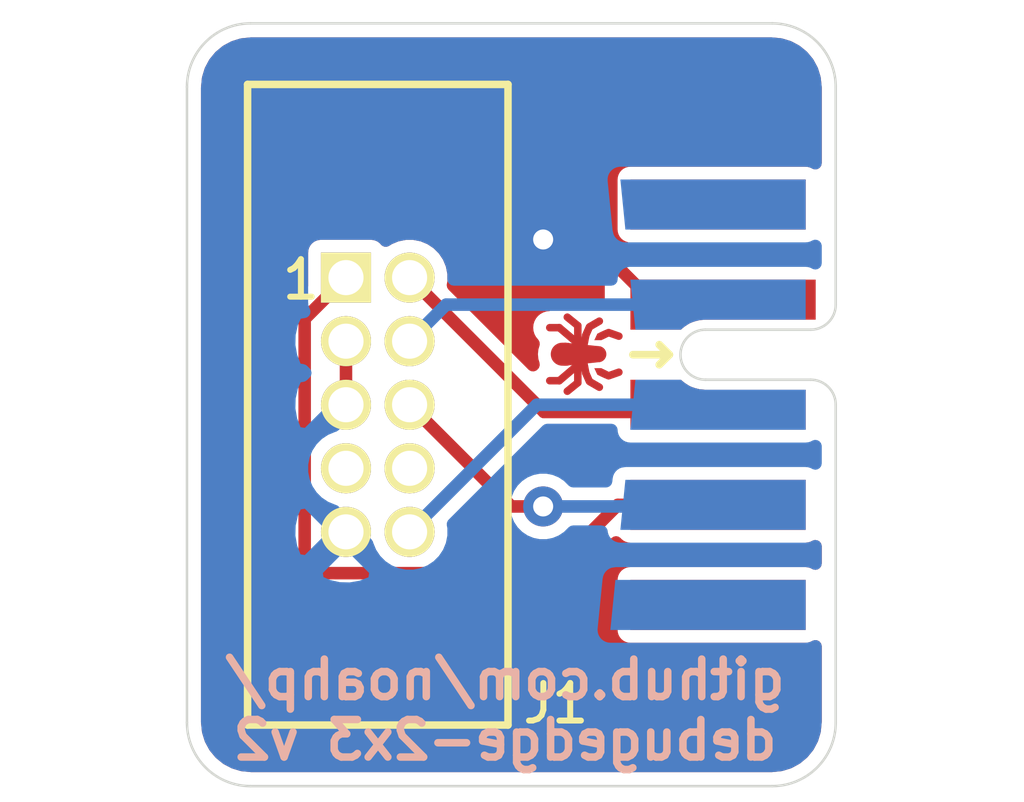
<source format=kicad_pcb>
(kicad_pcb (version 20171130) (host pcbnew 5.1.9-73d0e3b20d~88~ubuntu20.10.1)

  (general
    (thickness 1.6)
    (drawings 10)
    (tracks 23)
    (zones 0)
    (modules 2)
    (nets 13)
  )

  (page A4)
  (layers
    (0 F.Cu signal)
    (31 B.Cu signal)
    (32 B.Adhes user)
    (33 F.Adhes user)
    (34 B.Paste user)
    (35 F.Paste user)
    (36 B.SilkS user)
    (37 F.SilkS user)
    (38 B.Mask user)
    (39 F.Mask user)
    (40 Dwgs.User user)
    (41 Cmts.User user)
    (42 Eco1.User user)
    (43 Eco2.User user)
    (44 Edge.Cuts user)
    (45 Margin user)
    (46 B.CrtYd user)
    (47 F.CrtYd user)
    (48 B.Fab user)
    (49 F.Fab user)
  )

  (setup
    (last_trace_width 0.25)
    (trace_clearance 0.2)
    (zone_clearance 0.254)
    (zone_45_only no)
    (trace_min 0.2)
    (via_size 0.8)
    (via_drill 0.4)
    (via_min_size 0.4)
    (via_min_drill 0.3)
    (uvia_size 0.3)
    (uvia_drill 0.1)
    (uvias_allowed no)
    (uvia_min_size 0.2)
    (uvia_min_drill 0.1)
    (edge_width 0.05)
    (segment_width 0.2)
    (pcb_text_width 0.3)
    (pcb_text_size 1.5 1.5)
    (mod_edge_width 0.12)
    (mod_text_size 1 1)
    (mod_text_width 0.15)
    (pad_size 1.524 1.524)
    (pad_drill 0.762)
    (pad_to_mask_clearance 0)
    (aux_axis_origin 0 0)
    (visible_elements FFFFFF7F)
    (pcbplotparams
      (layerselection 0x010fc_ffffffff)
      (usegerberextensions false)
      (usegerberattributes true)
      (usegerberadvancedattributes true)
      (creategerberjobfile true)
      (excludeedgelayer true)
      (linewidth 0.100000)
      (plotframeref false)
      (viasonmask false)
      (mode 1)
      (useauxorigin false)
      (hpglpennumber 1)
      (hpglpenspeed 20)
      (hpglpendiameter 15.000000)
      (psnegative false)
      (psa4output false)
      (plotreference true)
      (plotvalue true)
      (plotinvisibletext false)
      (padsonsilk false)
      (subtractmaskfromsilk false)
      (outputformat 1)
      (mirror false)
      (drillshape 1)
      (scaleselection 1)
      (outputdirectory ""))
  )

  (net 0 "")
  (net 1 /~RESET)
  (net 2 GND)
  (net 3 "Net-(J1-Pad8)")
  (net 4 "Net-(J1-Pad7)")
  (net 5 /SWO)
  (net 6 /SWDCLK)
  (net 7 /SWDIO)
  (net 8 +3V3)
  (net 9 "Net-(J2-Pad10)")
  (net 10 "Net-(J2-Pad8)")
  (net 11 "Net-(J2-Pad9)")
  (net 12 "Net-(J2-Pad7)")

  (net_class Default "This is the default net class."
    (clearance 0.2)
    (trace_width 0.25)
    (via_dia 0.8)
    (via_drill 0.4)
    (uvia_dia 0.3)
    (uvia_drill 0.1)
    (add_net +3V3)
    (add_net /SWDCLK)
    (add_net /SWDIO)
    (add_net /SWO)
    (add_net /~RESET)
    (add_net GND)
    (add_net "Net-(J1-Pad7)")
    (add_net "Net-(J1-Pad8)")
    (add_net "Net-(J2-Pad10)")
    (add_net "Net-(J2-Pad7)")
    (add_net "Net-(J2-Pad8)")
    (add_net "Net-(J2-Pad9)")
  )

  (module Connector_DebugEdge:DebugEdge_2x05_Host (layer F.Cu) (tedit 5F5EA31C) (tstamp 600DF96A)
    (at 150.622 88.773 270)
    (path /600DAF2F)
    (attr virtual)
    (fp_text reference J2 (at 0.05 -3.2 180 unlocked) (layer F.Fab)
      (effects (font (size 0.5 0.5) (thickness 0.125)))
    )
    (fp_text value DebugEdge_02x05 (at -1.2 -2 90) (layer F.Fab)
      (effects (font (size 1 1) (thickness 0.15)))
    )
    (fp_poly (pts (xy -0.67 4.56) (xy -0.73 4.68) (xy -0.73 4.82) (xy -0.6 4.76)
      (xy -0.53 4.61) (xy -0.62 4.64)) (layer F.Mask) (width 0.001))
    (fp_line (start -0.58 4.54) (end -0.64 4.67) (layer F.Mask) (width 0.15))
    (fp_line (start -0.65 4.33) (end -0.58 4.53) (layer F.Mask) (width 0.15))
    (fp_line (start -1.01 5.46) (end -1.01 5.39) (layer F.Mask) (width 0.46))
    (fp_line (start -1.01 5.51) (end -1.01 4.74) (layer F.Mask) (width 0.32))
    (fp_line (start -1.09 5.4) (end -1.02 4.74) (layer F.Mask) (width 0.3))
    (fp_line (start -1.26 5.19) (end -1.54 5.52) (layer F.Mask) (width 0.15))
    (fp_line (start -1.54 5.71) (end -1.54 5.52) (layer F.Mask) (width 0.15))
    (fp_line (start -1.21 5.15) (end -1.58 5.15) (layer F.Mask) (width 0.15))
    (fp_line (start -1.75 5.36) (end -1.58 5.15) (layer F.Mask) (width 0.15))
    (fp_line (start -1.39 4.99) (end -1.13 5.04) (layer F.Mask) (width 0.15))
    (fp_line (start -1.39 4.99) (end -1.55 4.92) (layer F.Mask) (width 0.15))
    (fp_line (start -1.67 4.72) (end -1.56 4.91) (layer F.Mask) (width 0.15))
    (fp_poly (pts (xy -1.35 4.56) (xy -1.29 4.68) (xy -1.29 4.82) (xy -1.42 4.76)
      (xy -1.49 4.61) (xy -1.4 4.64)) (layer F.Mask) (width 0.001))
    (fp_line (start -1.44 4.54) (end -1.38 4.67) (layer F.Mask) (width 0.15))
    (fp_line (start -1.37 4.33) (end -1.44 4.53) (layer F.Mask) (width 0.15))
    (fp_line (start -0.93 5.4) (end -1 4.74) (layer F.Mask) (width 0.3))
    (fp_line (start -0.76 5.19) (end -0.48 5.52) (layer F.Mask) (width 0.15))
    (fp_line (start -0.48 5.71) (end -0.48 5.52) (layer F.Mask) (width 0.15))
    (fp_line (start -0.81 5.15) (end -0.44 5.15) (layer F.Mask) (width 0.15))
    (fp_line (start -0.27 5.36) (end -0.44 5.15) (layer F.Mask) (width 0.15))
    (fp_line (start -0.63 4.99) (end -0.89 5.04) (layer F.Mask) (width 0.15))
    (fp_line (start -0.63 4.99) (end -0.47 4.92) (layer F.Mask) (width 0.15))
    (fp_line (start -0.35 4.72) (end -0.46 4.91) (layer F.Mask) (width 0.15))
    (fp_line (start -1.01 5.46) (end -1.01 5.39) (layer F.Cu) (width 0.46))
    (fp_line (start -1.09 5.4) (end -1.02 4.74) (layer F.Cu) (width 0.3))
    (fp_line (start -1.26 5.19) (end -1.54 5.52) (layer F.Cu) (width 0.15))
    (fp_line (start -1.54 5.71) (end -1.54 5.52) (layer F.Cu) (width 0.15))
    (fp_line (start -1.21 5.15) (end -1.58 5.15) (layer F.Cu) (width 0.15))
    (fp_line (start -1.75 5.36) (end -1.58 5.15) (layer F.Cu) (width 0.15))
    (fp_line (start -1.39 4.99) (end -1.13 5.04) (layer F.Cu) (width 0.15))
    (fp_line (start -1.39 4.99) (end -1.55 4.92) (layer F.Cu) (width 0.15))
    (fp_line (start -1.67 4.72) (end -1.56 4.91) (layer F.Cu) (width 0.15))
    (fp_poly (pts (xy -1.35 4.56) (xy -1.29 4.68) (xy -1.29 4.82) (xy -1.42 4.76)
      (xy -1.49 4.61) (xy -1.4 4.64)) (layer F.Cu) (width 0.001))
    (fp_line (start -1.44 4.54) (end -1.38 4.67) (layer F.Cu) (width 0.15))
    (fp_line (start -1.37 4.33) (end -1.44 4.53) (layer F.Cu) (width 0.15))
    (fp_line (start 5 -0.5) (end 5 5) (layer B.CrtYd) (width 0.05))
    (fp_line (start -5 -0.5) (end 5 -0.5) (layer B.CrtYd) (width 0.05))
    (fp_line (start -5 5) (end -5 -0.5) (layer B.CrtYd) (width 0.05))
    (fp_line (start 5 5) (end -5 5) (layer B.CrtYd) (width 0.05))
    (fp_line (start -5 -0.5) (end -5 5) (layer F.CrtYd) (width 0.05))
    (fp_line (start 5 -0.5) (end -5 -0.5) (layer F.CrtYd) (width 0.05))
    (fp_line (start 5 5) (end 5 -0.5) (layer F.CrtYd) (width 0.05))
    (fp_line (start -5 5) (end 5 5) (layer F.CrtYd) (width 0.05))
    (fp_line (start 0 0) (end 5 0) (layer Edge.Cuts) (width 0.05))
    (fp_line (start -5 0) (end -2 0) (layer Edge.Cuts) (width 0.05))
    (fp_line (start -0.5 2.6) (end -0.5 0.5) (layer Edge.Cuts) (width 0.05))
    (fp_line (start -1.5 0.5) (end -1.5 2.6) (layer Edge.Cuts) (width 0.05))
    (fp_line (start -1 3.323) (end -1.2 3.523) (layer F.SilkS) (width 0.153))
    (fp_line (start -0.8 3.523) (end -1 3.323) (layer F.SilkS) (width 0.153))
    (fp_line (start -1 4.05) (end -1 3.323) (layer F.SilkS) (width 0.153))
    (fp_line (start -0.93 5.4) (end -1 4.74) (layer F.Cu) (width 0.3))
    (fp_line (start -0.76 5.19) (end -0.48 5.52) (layer F.Cu) (width 0.15))
    (fp_line (start -0.48 5.71) (end -0.48 5.52) (layer F.Cu) (width 0.15))
    (fp_line (start -0.81 5.15) (end -0.44 5.15) (layer F.Cu) (width 0.15))
    (fp_line (start -0.27 5.36) (end -0.44 5.15) (layer F.Cu) (width 0.15))
    (fp_line (start -0.63 4.99) (end -0.89 5.04) (layer F.Cu) (width 0.15))
    (fp_line (start -0.63 4.99) (end -0.47 4.92) (layer F.Cu) (width 0.15))
    (fp_line (start -0.35 4.72) (end -0.46 4.91) (layer F.Cu) (width 0.15))
    (fp_poly (pts (xy -0.67 4.56) (xy -0.73 4.68) (xy -0.73 4.82) (xy -0.6 4.76)
      (xy -0.53 4.61) (xy -0.62 4.64)) (layer F.Cu) (width 0.001))
    (fp_line (start -0.58 4.54) (end -0.64 4.67) (layer F.Cu) (width 0.15))
    (fp_line (start -0.65 4.33) (end -0.58 4.53) (layer F.Cu) (width 0.15))
    (fp_line (start -1.01 5.51) (end -1.01 4.74) (layer F.Cu) (width 0.32))
    (fp_arc (start 0 0.5) (end 0 0) (angle -90) (layer Edge.Cuts) (width 0.05))
    (fp_arc (start -2 0.5) (end -1.5 0.5) (angle -90) (layer Edge.Cuts) (width 0.05))
    (fp_arc (start -1 2.6) (end -1.5 2.6) (angle -180) (layer Edge.Cuts) (width 0.05))
    (pad 1 smd custom (at -2 3.6 270) (size 1 1) (layers F.Cu F.Mask)
      (net 2 GND) (zone_connect 0)
      (options (clearance outline) (anchor rect))
      (primitives
        (gr_poly (pts
           (xy 0.3 -0.99) (xy 0.31 -0.88) (xy 0.33 -0.8) (xy 0.35 -0.74) (xy 0.37 -0.69)
           (xy 0.4 -0.64) (xy 0.44 -0.58) (xy 0.48 -0.53) (xy 0.5 -0.51) (xy 0.5 0.5)
           (xy -0.5 0.5) (xy -0.5 -3.2) (xy 0.3 -3.2)) (width 0))
      ))
    (pad 2 smd custom (at 0 3.6 270) (size 1 1) (layers F.Cu F.Mask)
      (net 7 /SWDIO) (zone_connect 0)
      (options (clearance outline) (anchor rect))
      (primitives
        (gr_poly (pts
           (xy -0.3 -0.99) (xy -0.31 -0.88) (xy -0.33 -0.8) (xy -0.35 -0.74) (xy -0.37 -0.69)
           (xy -0.4 -0.64) (xy -0.44 -0.58) (xy -0.48 -0.53) (xy -0.5 -0.51) (xy -0.5 0.5)
           (xy 0.5 0.5) (xy 0.5 -3) (xy -0.3 -3)) (width 0))
      ))
    (pad 4 smd custom (at 0 2.1 90) (size 0.4 0.4) (layers B.Cu B.Mask)
      (net 1 /~RESET) (zone_connect 0)
      (options (clearance outline) (anchor rect))
      (primitives
        (gr_poly (pts
           (xy 0.3 -0.51) (xy 0.31 -0.62) (xy 0.33 -0.7) (xy 0.35 -0.76) (xy 0.37 -0.81)
           (xy 0.4 -0.86) (xy 0.44 -0.92) (xy 0.48 -0.97) (xy 0.5 -0.99) (xy 0.5 -1.9)
           (xy -0.5 -2) (xy -0.5 1.5) (xy 0.3 1.5)) (width 0))
      ))
    (pad 3 smd custom (at -2 2.1 90) (size 0.4 0.4) (layers B.Cu B.Mask)
      (net 6 /SWDCLK) (zone_connect 0)
      (options (clearance outline) (anchor rect))
      (primitives
        (gr_poly (pts
           (xy -0.3 -0.51) (xy -0.31 -0.62) (xy -0.33 -0.7) (xy -0.35 -0.76) (xy -0.37 -0.81)
           (xy -0.4 -0.86) (xy -0.44 -0.92) (xy -0.48 -0.97) (xy -0.5 -0.99) (xy -0.5 -1.9)
           (xy 0.5 -2) (xy 0.5 1.5) (xy -0.3 1.5)) (width 0))
      ))
    (pad 5 smd rect (at 2 2.35 270) (size 1 3.5) (layers F.Cu F.Mask)
      (net 8 +3V3) (zone_connect 0))
    (pad 10 smd custom (at 4 2.5 90) (size 1 3.8) (layers B.Cu B.Mask)
      (net 9 "Net-(J2-Pad10)") (zone_connect 0)
      (options (clearance outline) (anchor rect))
      (primitives
        (gr_poly (pts
           (xy 0.5 -1.9) (xy -0.5 -2) (xy -0.5 -1.9)) (width 0))
      ))
    (pad 6 smd custom (at 2 2.4 90) (size 1 3.6) (layers B.Cu B.Mask)
      (net 5 /SWO) (zone_connect 0)
      (options (clearance outline) (anchor rect))
      (primitives
        (gr_poly (pts
           (xy 0.5 -1.8) (xy -0.5 -1.9) (xy -0.5 -1.8)) (width 0))
      ))
    (pad 8 smd custom (at -4 2.4 90) (size 1 3.6) (layers B.Cu B.Mask)
      (net 10 "Net-(J2-Pad8)") (zone_connect 0)
      (options (clearance outline) (anchor rect))
      (primitives
        (gr_poly (pts
           (xy 0.5 -1.8) (xy 0.5 -1.9) (xy -0.5 -1.8)) (width 0))
      ))
    (pad 9 smd rect (at 4 2.35 270) (size 1 3.5) (layers F.Cu F.Mask)
      (net 11 "Net-(J2-Pad9)") (zone_connect 0))
    (pad 7 smd rect (at -4 2.35 270) (size 1 3.5) (layers F.Cu F.Mask)
      (net 12 "Net-(J2-Pad7)") (zone_connect 0))
  )

  (module kicadlib:ARM_10_PIN (layer F.Cu) (tedit 563F468F) (tstamp 5FF81993)
    (at 141.478 88.773)
    (path /5FF7D52A)
    (fp_text reference J1 (at 3.556 5.969) (layer F.SilkS)
      (effects (font (size 0.75 0.75) (thickness 0.12)))
    )
    (fp_text value Conn_ARM_JTAG_SWD_10 (at -0.635 7.3) (layer F.Fab)
      (effects (font (size 0.75 0.75) (thickness 0.12)))
    )
    (fp_line (start -2.6 -6.4) (end 2.6 -6.4) (layer F.SilkS) (width 0.15))
    (fp_line (start -2.6 6.4) (end -2.6 -6.4) (layer F.SilkS) (width 0.15))
    (fp_line (start 2.6 6.4) (end -2.6 6.4) (layer F.SilkS) (width 0.15))
    (fp_line (start 2.6 -6.4) (end 2.6 6.4) (layer F.SilkS) (width 0.15))
    (fp_text user 1 (at -1.535 -2.5) (layer F.SilkS)
      (effects (font (size 0.75 0.75) (thickness 0.12)))
    )
    (pad 10 thru_hole circle (at 0.635 2.54) (size 1 1) (drill 0.70104) (layers *.Cu *.Mask F.SilkS)
      (net 1 /~RESET))
    (pad 9 thru_hole circle (at -0.635 2.54) (size 1 1) (drill 0.70104) (layers *.Cu *.Mask F.SilkS)
      (net 2 GND))
    (pad 8 thru_hole circle (at 0.635 1.27) (size 1 1) (drill 0.70104) (layers *.Cu *.Mask F.SilkS)
      (net 3 "Net-(J1-Pad8)"))
    (pad 7 thru_hole circle (at -0.635 1.27) (size 1 1) (drill 0.70104) (layers *.Cu *.Mask F.SilkS)
      (net 4 "Net-(J1-Pad7)"))
    (pad 6 thru_hole circle (at 0.635 0) (size 1 1) (drill 0.70104) (layers *.Cu *.Mask F.SilkS)
      (net 5 /SWO))
    (pad 5 thru_hole circle (at -0.635 0) (size 1 1) (drill 0.70104) (layers *.Cu *.Mask F.SilkS)
      (net 2 GND))
    (pad 4 thru_hole circle (at 0.635 -1.27) (size 1 1) (drill 0.70104) (layers *.Cu *.Mask F.SilkS)
      (net 6 /SWDCLK))
    (pad 3 thru_hole circle (at -0.635 -1.27) (size 1 1) (drill 0.70104) (layers *.Cu *.Mask F.SilkS)
      (net 2 GND))
    (pad 2 thru_hole circle (at 0.635 -2.54) (size 1 1) (drill 0.70104) (layers *.Cu *.Mask F.SilkS)
      (net 7 /SWDIO))
    (pad 1 thru_hole rect (at -0.635 -2.54) (size 1 1) (drill 0.70104) (layers *.Cu *.Mask F.SilkS)
      (net 8 +3V3))
    (model ${KIPRJMOD}/kicadlib/kicadlib.pretty/models/ARM_10_PIN_TH_SHRD.wrl
      (offset (xyz -2.590799961090088 -6.349999904632568 0))
      (scale (xyz 0.395 0.4 0.4))
      (rotate (xyz 0 0 -90))
    )
  )

  (gr_line (start 150.622 93.773) (end 150.622 95.123) (layer Edge.Cuts) (width 0.05) (tstamp 600DFAAE))
  (gr_line (start 150.622 83.773) (end 150.622 82.423) (layer Edge.Cuts) (width 0.05) (tstamp 600DFAAD))
  (gr_text "github.com/noahp/\ndebugedge-2x3 v2" (at 144.018 94.869) (layer B.SilkS)
    (effects (font (size 0.75 0.75) (thickness 0.15)) (justify mirror))
  )
  (gr_line (start 138.938 81.153) (end 149.352 81.153) (layer Edge.Cuts) (width 0.05) (tstamp 5FF81BDE))
  (gr_line (start 137.668 95.123) (end 137.668 82.423) (layer Edge.Cuts) (width 0.05) (tstamp 5FF81BDD))
  (gr_line (start 149.352 96.393) (end 138.938 96.393) (layer Edge.Cuts) (width 0.05) (tstamp 5FF81BDC))
  (gr_arc (start 138.938 82.423) (end 138.938 81.153) (angle -90) (layer Edge.Cuts) (width 0.05) (tstamp 5FF81BD4))
  (gr_arc (start 138.938 95.123) (end 137.668 95.123) (angle -90) (layer Edge.Cuts) (width 0.05) (tstamp 5FF81BBB))
  (gr_arc (start 149.352 95.123) (end 149.352 96.393) (angle -90) (layer Edge.Cuts) (width 0.05) (tstamp 5FF81BBB))
  (gr_arc (start 149.352 82.423) (end 150.622 82.423) (angle -90) (layer Edge.Cuts) (width 0.05))

  (segment (start 144.653 88.773) (end 148.522 88.773) (width 0.25) (layer B.Cu) (net 1))
  (segment (start 142.113 91.313) (end 144.653 88.773) (width 0.25) (layer B.Cu) (net 1))
  (via (at 144.78 85.471) (size 0.8) (drill 0.4) (layers F.Cu B.Cu) (net 2))
  (segment (start 145.72 85.471) (end 144.78 85.471) (width 0.25) (layer F.Cu) (net 2))
  (segment (start 147.022 86.773) (end 145.72 85.471) (width 0.25) (layer F.Cu) (net 2))
  (segment (start 140.843 87.503) (end 140.843 88.773) (width 0.25) (layer F.Cu) (net 2))
  (segment (start 148.49 90.805) (end 148.522 90.773) (width 0.25) (layer B.Cu) (net 5))
  (via (at 144.78 90.805) (size 0.8) (drill 0.4) (layers F.Cu B.Cu) (net 5))
  (segment (start 144.145 90.805) (end 144.78 90.805) (width 0.25) (layer F.Cu) (net 5))
  (segment (start 142.113 88.773) (end 144.145 90.805) (width 0.25) (layer F.Cu) (net 5))
  (segment (start 148.19 90.805) (end 148.222 90.773) (width 0.25) (layer B.Cu) (net 5))
  (segment (start 144.78 90.805) (end 148.19 90.805) (width 0.25) (layer B.Cu) (net 5))
  (segment (start 142.843 86.773) (end 148.522 86.773) (width 0.25) (layer B.Cu) (net 6))
  (segment (start 142.113 87.503) (end 142.843 86.773) (width 0.25) (layer B.Cu) (net 6))
  (segment (start 146.876844 88.918156) (end 147.022 88.773) (width 0.25) (layer F.Cu) (net 7))
  (segment (start 144.798156 88.918156) (end 146.876844 88.918156) (width 0.25) (layer F.Cu) (net 7))
  (segment (start 142.113 86.233) (end 144.798156 88.918156) (width 0.25) (layer F.Cu) (net 7))
  (segment (start 146.272 90.773) (end 148.272 90.773) (width 0.25) (layer F.Cu) (net 8))
  (segment (start 140.446999 92.138001) (end 144.906999 92.138001) (width 0.25) (layer F.Cu) (net 8))
  (segment (start 140.017999 91.709001) (end 140.446999 92.138001) (width 0.25) (layer F.Cu) (net 8))
  (segment (start 140.017999 87.058001) (end 140.017999 91.709001) (width 0.25) (layer F.Cu) (net 8))
  (segment (start 144.906999 92.138001) (end 146.272 90.773) (width 0.25) (layer F.Cu) (net 8))
  (segment (start 140.843 86.233) (end 140.017999 87.058001) (width 0.25) (layer F.Cu) (net 8))

  (zone (net 2) (net_name GND) (layer F.Cu) (tstamp 600DFAF3) (hatch edge 0.508)
    (connect_pads (clearance 0.254))
    (min_thickness 0.254)
    (fill yes (arc_segments 32) (thermal_gap 0.508) (thermal_bridge_width 0.508))
    (polygon
      (pts
        (xy 150.622 96.393) (xy 137.668 96.393) (xy 137.668 81.153) (xy 150.622 81.153)
      )
    )
    (filled_polygon
      (pts
        (xy 149.519441 81.577364) (xy 149.680501 81.625992) (xy 149.829054 81.704979) (xy 149.95943 81.81131) (xy 150.066674 81.940946)
        (xy 150.146695 82.088942) (xy 150.196446 82.249661) (xy 150.216001 82.435716) (xy 150.216 83.753059) (xy 150.216 83.944685)
        (xy 150.168508 83.919299) (xy 150.096689 83.897513) (xy 150.022 83.890157) (xy 146.522 83.890157) (xy 146.447311 83.897513)
        (xy 146.375492 83.919299) (xy 146.309304 83.954678) (xy 146.251289 84.002289) (xy 146.203678 84.060304) (xy 146.168299 84.126492)
        (xy 146.146513 84.198311) (xy 146.139157 84.273) (xy 146.139157 85.273) (xy 146.146513 85.347689) (xy 146.168299 85.419508)
        (xy 146.203678 85.485696) (xy 146.251289 85.543711) (xy 146.309304 85.591322) (xy 146.375492 85.626701) (xy 146.431874 85.643804)
        (xy 146.397518 85.647188) (xy 146.27782 85.683498) (xy 146.167506 85.742463) (xy 146.070815 85.821815) (xy 145.991463 85.918506)
        (xy 145.932498 86.02882) (xy 145.896188 86.148518) (xy 145.883928 86.273) (xy 145.883928 86.647351) (xy 145.841648 86.648786)
        (xy 145.754195 86.669288) (xy 145.692913 86.697143) (xy 145.629531 86.733838) (xy 145.531504 86.654483) (xy 145.475283 86.61746)
        (xy 145.392068 86.583643) (xy 145.303854 86.56671) (xy 145.214033 86.567312) (xy 145.126055 86.585426) (xy 145.0433 86.620356)
        (xy 144.96895 86.670758) (xy 144.905862 86.734698) (xy 144.877201 86.778221) (xy 144.822608 86.783598) (xy 144.736652 86.809673)
        (xy 144.657434 86.852016) (xy 144.587999 86.908999) (xy 144.531016 86.978434) (xy 144.488673 87.057652) (xy 144.462598 87.143608)
        (xy 144.453794 87.233) (xy 144.462598 87.322392) (xy 144.488673 87.408348) (xy 144.531016 87.487566) (xy 144.586537 87.555219)
        (xy 144.559841 87.643223) (xy 144.548044 87.763) (xy 144.559841 87.882777) (xy 144.586537 87.970781) (xy 144.577448 87.981856)
        (xy 142.980953 86.385362) (xy 142.994 86.319771) (xy 142.994 86.146229) (xy 142.960144 85.976022) (xy 142.893732 85.81569)
        (xy 142.797318 85.671395) (xy 142.674605 85.548682) (xy 142.53031 85.452268) (xy 142.369978 85.385856) (xy 142.199771 85.352)
        (xy 142.026229 85.352) (xy 141.856022 85.385856) (xy 141.69569 85.452268) (xy 141.637432 85.491194) (xy 141.613711 85.462289)
        (xy 141.555696 85.414678) (xy 141.489508 85.379299) (xy 141.417689 85.357513) (xy 141.343 85.350157) (xy 140.343 85.350157)
        (xy 140.268311 85.357513) (xy 140.196492 85.379299) (xy 140.130304 85.414678) (xy 140.072289 85.462289) (xy 140.024678 85.520304)
        (xy 139.989299 85.586492) (xy 139.967513 85.658311) (xy 139.960157 85.733) (xy 139.960157 86.400252) (xy 139.677784 86.682625)
        (xy 139.658472 86.698474) (xy 139.59524 86.775522) (xy 139.548254 86.863427) (xy 139.519321 86.958809) (xy 139.511999 87.033148)
        (xy 139.511999 87.033155) (xy 139.509552 87.058001) (xy 139.511999 87.082847) (xy 139.512 91.684145) (xy 139.509552 91.709001)
        (xy 139.519321 91.808193) (xy 139.548254 91.903575) (xy 139.548255 91.903576) (xy 139.595241 91.99148) (xy 139.658473 92.068528)
        (xy 139.677779 92.084372) (xy 140.071627 92.478221) (xy 140.087472 92.497528) (xy 140.16452 92.56076) (xy 140.252424 92.607746)
        (xy 140.347806 92.636679) (xy 140.446999 92.646449) (xy 140.471853 92.644001) (xy 144.882153 92.644001) (xy 144.906999 92.646448)
        (xy 144.931845 92.644001) (xy 144.931853 92.644001) (xy 145.006192 92.636679) (xy 145.101574 92.607746) (xy 145.189478 92.56076)
        (xy 145.266526 92.497528) (xy 145.282375 92.478216) (xy 146.235779 91.524812) (xy 146.251289 91.543711) (xy 146.309304 91.591322)
        (xy 146.375492 91.626701) (xy 146.447311 91.648487) (xy 146.522 91.655843) (xy 150.022 91.655843) (xy 150.096689 91.648487)
        (xy 150.168508 91.626701) (xy 150.216001 91.601315) (xy 150.216001 91.944685) (xy 150.168508 91.919299) (xy 150.096689 91.897513)
        (xy 150.022 91.890157) (xy 146.522 91.890157) (xy 146.447311 91.897513) (xy 146.375492 91.919299) (xy 146.309304 91.954678)
        (xy 146.251289 92.002289) (xy 146.203678 92.060304) (xy 146.168299 92.126492) (xy 146.146513 92.198311) (xy 146.139157 92.273)
        (xy 146.139157 93.273) (xy 146.146513 93.347689) (xy 146.168299 93.419508) (xy 146.203678 93.485696) (xy 146.251289 93.543711)
        (xy 146.309304 93.591322) (xy 146.375492 93.626701) (xy 146.447311 93.648487) (xy 146.522 93.655843) (xy 150.022 93.655843)
        (xy 150.096689 93.648487) (xy 150.168508 93.626701) (xy 150.216001 93.601315) (xy 150.216001 93.75305) (xy 150.216 93.75306)
        (xy 150.216001 95.103136) (xy 150.197636 95.290441) (xy 150.149008 95.451503) (xy 150.070023 95.600051) (xy 149.963689 95.73043)
        (xy 149.834054 95.837674) (xy 149.686058 95.917695) (xy 149.525339 95.967446) (xy 149.339293 95.987) (xy 138.957854 95.987)
        (xy 138.770559 95.968636) (xy 138.609497 95.920008) (xy 138.460949 95.841023) (xy 138.33057 95.734689) (xy 138.223326 95.605054)
        (xy 138.143305 95.457058) (xy 138.093554 95.296339) (xy 138.074 95.110293) (xy 138.074 82.442854) (xy 138.092364 82.255559)
        (xy 138.140992 82.094499) (xy 138.219979 81.945946) (xy 138.32631 81.81557) (xy 138.455946 81.708326) (xy 138.603942 81.628305)
        (xy 138.764661 81.578554) (xy 138.950707 81.559) (xy 149.332146 81.559)
      )
    )
    (filled_polygon
      (pts
        (xy 141.036748 91.298858) (xy 141.022605 91.313) (xy 141.036748 91.327143) (xy 140.857143 91.506748) (xy 140.843 91.492605)
        (xy 140.828858 91.506748) (xy 140.649253 91.327143) (xy 140.663395 91.313) (xy 140.649253 91.298858) (xy 140.828858 91.119253)
        (xy 140.843 91.133395) (xy 140.857143 91.119253)
      )
    )
    (filled_polygon
      (pts
        (xy 140.918215 88.640325) (xy 141.036748 88.758858) (xy 141.022605 88.773) (xy 141.036748 88.787143) (xy 140.857143 88.966748)
        (xy 140.843 88.952605) (xy 140.828858 88.966748) (xy 140.649253 88.787143) (xy 140.663395 88.773) (xy 140.649253 88.758858)
        (xy 140.771577 88.636533)
      )
    )
    (filled_polygon
      (pts
        (xy 141.036748 87.488858) (xy 141.022605 87.503) (xy 141.036748 87.517143) (xy 140.914423 87.639467) (xy 140.767785 87.635675)
        (xy 140.649253 87.517143) (xy 140.663395 87.503) (xy 140.649253 87.488858) (xy 140.828858 87.309253) (xy 140.843 87.323395)
        (xy 140.857143 87.309253)
      )
    )
  )
  (zone (net 2) (net_name GND) (layer B.Cu) (tstamp 600DFAF0) (hatch edge 0.508)
    (connect_pads (clearance 0.254))
    (min_thickness 0.254)
    (fill yes (arc_segments 32) (thermal_gap 0.508) (thermal_bridge_width 0.508))
    (polygon
      (pts
        (xy 150.622 96.393) (xy 137.668 96.393) (xy 137.668 81.153) (xy 150.622 81.153)
      )
    )
    (filled_polygon
      (pts
        (xy 149.519441 81.577364) (xy 149.680501 81.625992) (xy 149.829054 81.704979) (xy 149.95943 81.81131) (xy 150.066674 81.940946)
        (xy 150.146695 82.088942) (xy 150.196446 82.249661) (xy 150.216001 82.435716) (xy 150.216 83.753059) (xy 150.216 83.944685)
        (xy 150.168508 83.919299) (xy 150.096689 83.897513) (xy 150.022 83.890157) (xy 146.322 83.890157) (xy 146.283906 83.892057)
        (xy 146.210319 83.906809) (xy 146.141025 83.935633) (xy 146.078685 83.977422) (xy 146.025696 84.030569) (xy 145.984093 84.093034)
        (xy 145.955476 84.162414) (xy 145.940945 84.236044) (xy 145.941057 84.311094) (xy 146.041057 85.311094) (xy 146.068299 85.419508)
        (xy 146.103678 85.485696) (xy 146.151289 85.543711) (xy 146.209304 85.591322) (xy 146.275492 85.626701) (xy 146.347311 85.648487)
        (xy 146.422 85.655843) (xy 150.022 85.655843) (xy 150.096689 85.648487) (xy 150.168508 85.626701) (xy 150.216001 85.601315)
        (xy 150.216001 85.944685) (xy 150.168508 85.919299) (xy 150.096689 85.897513) (xy 150.022 85.890157) (xy 146.522 85.890157)
        (xy 146.483906 85.892057) (xy 146.410319 85.906809) (xy 146.341025 85.935633) (xy 146.278685 85.977422) (xy 146.225696 86.030569)
        (xy 146.184093 86.093034) (xy 146.155476 86.162414) (xy 146.140945 86.236044) (xy 146.140991 86.267) (xy 142.994 86.267)
        (xy 142.994 86.146229) (xy 142.960144 85.976022) (xy 142.893732 85.81569) (xy 142.797318 85.671395) (xy 142.674605 85.548682)
        (xy 142.53031 85.452268) (xy 142.369978 85.385856) (xy 142.199771 85.352) (xy 142.026229 85.352) (xy 141.856022 85.385856)
        (xy 141.69569 85.452268) (xy 141.637432 85.491194) (xy 141.613711 85.462289) (xy 141.555696 85.414678) (xy 141.489508 85.379299)
        (xy 141.417689 85.357513) (xy 141.343 85.350157) (xy 140.343 85.350157) (xy 140.268311 85.357513) (xy 140.196492 85.379299)
        (xy 140.130304 85.414678) (xy 140.072289 85.462289) (xy 140.024678 85.520304) (xy 139.989299 85.586492) (xy 139.967513 85.658311)
        (xy 139.960157 85.733) (xy 139.960157 86.733) (xy 139.963816 86.770154) (xy 139.947181 86.786789) (xy 139.967451 86.807059)
        (xy 139.967513 86.807689) (xy 139.989299 86.879508) (xy 140.007653 86.913846) (xy 139.851412 86.93955) (xy 139.760542 87.143826)
        (xy 139.711269 87.361905) (xy 139.705489 87.585406) (xy 139.743423 87.80574) (xy 139.823613 88.01444) (xy 139.851412 88.06645)
        (xy 139.977602 88.08721) (xy 140.028392 88.138) (xy 139.977602 88.18879) (xy 139.851412 88.20955) (xy 139.760542 88.413826)
        (xy 139.711269 88.631905) (xy 139.705489 88.855406) (xy 139.743423 89.07574) (xy 139.823613 89.28444) (xy 139.851412 89.33645)
        (xy 140.064834 89.371561) (xy 140.663395 88.773) (xy 140.649253 88.758858) (xy 140.771577 88.636533) (xy 140.918215 88.640325)
        (xy 141.036748 88.758858) (xy 141.022605 88.773) (xy 141.036748 88.787143) (xy 140.857143 88.966748) (xy 140.843 88.952605)
        (xy 140.603157 89.192448) (xy 140.586022 89.195856) (xy 140.42569 89.262268) (xy 140.281395 89.358682) (xy 140.158682 89.481395)
        (xy 140.062268 89.62569) (xy 139.995856 89.786022) (xy 139.962 89.956229) (xy 139.962 90.129771) (xy 139.995856 90.299978)
        (xy 140.062268 90.46031) (xy 140.158682 90.604605) (xy 140.281395 90.727318) (xy 140.42569 90.823732) (xy 140.586022 90.890144)
        (xy 140.603157 90.893552) (xy 140.843 91.133395) (xy 140.857143 91.119253) (xy 141.036748 91.298858) (xy 141.022605 91.313)
        (xy 141.262448 91.552843) (xy 141.265856 91.569978) (xy 141.332268 91.73031) (xy 141.428682 91.874605) (xy 141.551395 91.997318)
        (xy 141.69569 92.093732) (xy 141.856022 92.160144) (xy 142.026229 92.194) (xy 142.199771 92.194) (xy 142.369978 92.160144)
        (xy 142.53031 92.093732) (xy 142.674605 91.997318) (xy 142.797318 91.874605) (xy 142.893732 91.73031) (xy 142.960144 91.569978)
        (xy 142.994 91.399771) (xy 142.994 91.226229) (xy 142.980953 91.160638) (xy 144.862592 89.279) (xy 146.139748 89.279)
        (xy 146.146513 89.347689) (xy 146.168299 89.419508) (xy 146.203678 89.485696) (xy 146.251289 89.543711) (xy 146.309304 89.591322)
        (xy 146.375492 89.626701) (xy 146.447311 89.648487) (xy 146.522 89.655843) (xy 150.022 89.655843) (xy 150.096689 89.648487)
        (xy 150.168508 89.626701) (xy 150.216 89.601315) (xy 150.216 89.944685) (xy 150.168508 89.919299) (xy 150.096689 89.897513)
        (xy 150.022 89.890157) (xy 146.422 89.890157) (xy 146.311414 89.906476) (xy 146.242034 89.935093) (xy 146.179569 89.976696)
        (xy 146.126422 90.029685) (xy 146.084633 90.092025) (xy 146.055809 90.161319) (xy 146.041057 90.234906) (xy 146.034648 90.299)
        (xy 145.378501 90.299) (xy 145.277859 90.198358) (xy 145.149942 90.112887) (xy 145.007809 90.054013) (xy 144.856922 90.024)
        (xy 144.703078 90.024) (xy 144.552191 90.054013) (xy 144.410058 90.112887) (xy 144.282141 90.198358) (xy 144.173358 90.307141)
        (xy 144.087887 90.435058) (xy 144.029013 90.577191) (xy 143.999 90.728078) (xy 143.999 90.881922) (xy 144.029013 91.032809)
        (xy 144.087887 91.174942) (xy 144.173358 91.302859) (xy 144.282141 91.411642) (xy 144.410058 91.497113) (xy 144.552191 91.555987)
        (xy 144.703078 91.586) (xy 144.856922 91.586) (xy 145.007809 91.555987) (xy 145.149942 91.497113) (xy 145.277859 91.411642)
        (xy 145.378501 91.311) (xy 145.9429 91.311) (xy 145.946513 91.347689) (xy 145.968299 91.419508) (xy 146.003678 91.485696)
        (xy 146.051289 91.543711) (xy 146.109304 91.591322) (xy 146.175492 91.626701) (xy 146.247311 91.648487) (xy 146.322 91.655843)
        (xy 150.022 91.655843) (xy 150.096689 91.648487) (xy 150.168508 91.626701) (xy 150.216001 91.601315) (xy 150.216001 91.944685)
        (xy 150.168508 91.919299) (xy 150.096689 91.897513) (xy 150.022 91.890157) (xy 146.222 91.890157) (xy 146.111414 91.906476)
        (xy 146.042034 91.935093) (xy 145.979569 91.976696) (xy 145.926422 92.029685) (xy 145.884633 92.092025) (xy 145.855809 92.161319)
        (xy 145.841057 92.234906) (xy 145.741057 93.234906) (xy 145.739157 93.273) (xy 145.746513 93.347689) (xy 145.768299 93.419508)
        (xy 145.803678 93.485696) (xy 145.851289 93.543711) (xy 145.909304 93.591322) (xy 145.975492 93.626701) (xy 146.047311 93.648487)
        (xy 146.122 93.655843) (xy 150.022 93.655843) (xy 150.096689 93.648487) (xy 150.168508 93.626701) (xy 150.216001 93.601315)
        (xy 150.216001 93.75305) (xy 150.216 93.75306) (xy 150.216001 95.103136) (xy 150.197636 95.290441) (xy 150.149008 95.451503)
        (xy 150.070023 95.600051) (xy 149.963689 95.73043) (xy 149.834054 95.837674) (xy 149.686058 95.917695) (xy 149.525339 95.967446)
        (xy 149.339293 95.987) (xy 138.957854 95.987) (xy 138.770559 95.968636) (xy 138.609497 95.920008) (xy 138.460949 95.841023)
        (xy 138.33057 95.734689) (xy 138.223326 95.605054) (xy 138.143305 95.457058) (xy 138.093554 95.296339) (xy 138.074 95.110293)
        (xy 138.074 92.091166) (xy 140.244439 92.091166) (xy 140.27955 92.304588) (xy 140.483826 92.395458) (xy 140.701905 92.444731)
        (xy 140.925406 92.450511) (xy 141.14574 92.412577) (xy 141.35444 92.332387) (xy 141.40645 92.304588) (xy 141.441561 92.091166)
        (xy 140.843 91.492605) (xy 140.244439 92.091166) (xy 138.074 92.091166) (xy 138.074 91.395406) (xy 139.705489 91.395406)
        (xy 139.743423 91.61574) (xy 139.823613 91.82444) (xy 139.851412 91.87645) (xy 140.064834 91.911561) (xy 140.663395 91.313)
        (xy 140.064834 90.714439) (xy 139.851412 90.74955) (xy 139.760542 90.953826) (xy 139.711269 91.171905) (xy 139.705489 91.395406)
        (xy 138.074 91.395406) (xy 138.074 82.442854) (xy 138.092364 82.255559) (xy 138.140992 82.094499) (xy 138.219979 81.945946)
        (xy 138.32631 81.81557) (xy 138.455946 81.708326) (xy 138.603942 81.628305) (xy 138.764661 81.578554) (xy 138.950707 81.559)
        (xy 149.332146 81.559)
      )
    )
    (filled_polygon
      (pts
        (xy 141.036748 87.488858) (xy 141.022605 87.503) (xy 141.036748 87.517143) (xy 140.914423 87.639467) (xy 140.767785 87.635675)
        (xy 140.649253 87.517143) (xy 140.663395 87.503) (xy 140.649253 87.488858) (xy 140.828858 87.309253) (xy 140.843 87.323395)
        (xy 140.857143 87.309253)
      )
    )
  )
)

</source>
